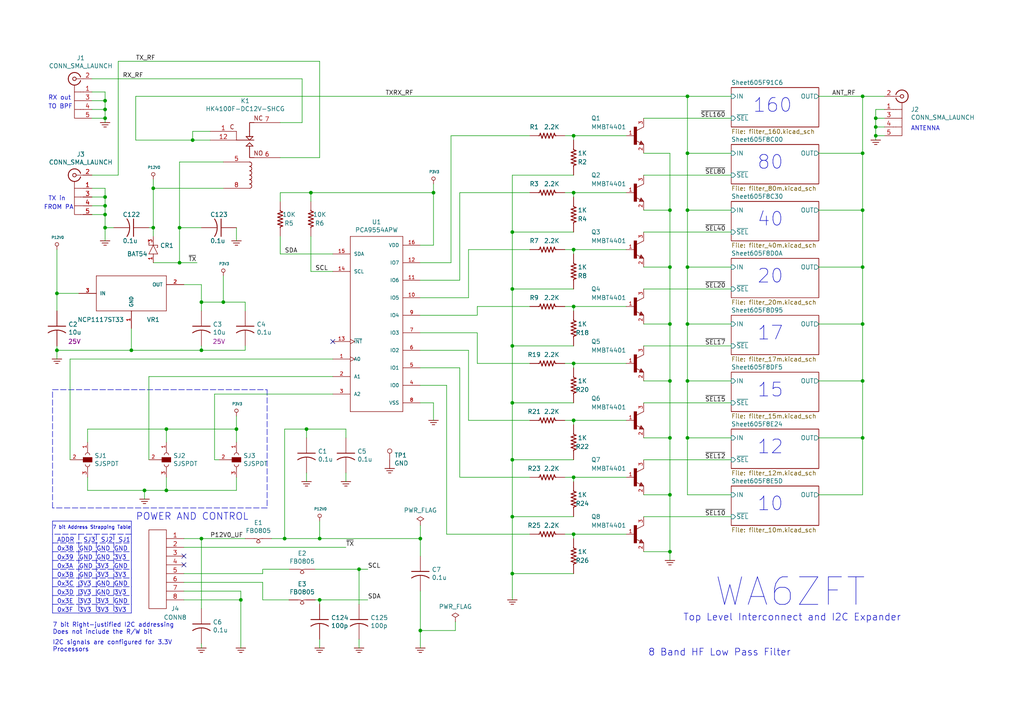
<source format=kicad_sch>
(kicad_sch (version 20211123) (generator eeschema)
  (paper "A4")
  (title_block (rev "X4"))
  (lib_symbols
    (symbol "custom:BAT54" (pin_names (offset 1.016) hide)
      (property "Reference" "CR" (at -2.286 1.905 0))
      (property "Value" "BAT54" (at -2.286 -3.429 0))
      (symbol "BAT54_1_1"
        (pin passive line (at -3.81 0 0) (length 2.54) (name "A") (number "1"))
        (pin no_connect line (at -1.27 -5.08 0) (length 5.08) hide (name "") (number "2"))
        (pin passive line (at 3.81 0 180) (length 2.54) (name "C") (number "3"))
      )
    )
    (symbol "custom:CONN8" (pin_names (offset 1.016))
      (property "Reference" "J" (at 0 12.7 0))
      (property "Value" "CONN8" (at 0 -12.7 0))
      (symbol "CONN8_1_1"
        (pin passive line (at -7.62 8.89 0) (length 5.08) (name "~") (number "1"))
        (pin passive line (at -7.62 6.35 0) (length 5.08) (name "~") (number "2"))
        (pin passive line (at -7.62 3.81 0) (length 5.08) (name "~") (number "3"))
        (pin passive line (at -7.62 1.27 0) (length 5.08) (name "~") (number "4"))
        (pin passive line (at -7.62 -1.27 0) (length 5.08) (name "~") (number "5"))
        (pin passive line (at -7.62 -3.81 0) (length 5.08) (name "~") (number "6"))
        (pin passive line (at -7.62 -6.35 0) (length 5.08) (name "~") (number "7"))
        (pin passive line (at -7.62 -8.89 0) (length 5.08) (name "~") (number "8"))
      )
    )
    (symbol "custom:CONN_SMA_LAUNCH" (pin_names (offset 1.016))
      (property "Reference" "J" (at -0.762 -13.462 0))
      (property "Value" "CONN_SMA_LAUNCH" (at 0.127 5.588 0))
      (symbol "CONN_SMA_LAUNCH_1_1"
        (pin passive line (at -5.08 -3.81 0) (length 2.54) (name "~") (number "1"))
        (pin passive line (at -5.08 0 0) (length 2.54) (name "~") (number "2"))
        (pin passive line (at -5.08 -6.35 0) (length 2.54) (name "~") (number "3"))
        (pin passive line (at -5.08 -8.89 0) (length 2.54) (name "~") (number "4"))
        (pin passive line (at -5.08 -11.43 0) (length 2.54) (name "~") (number "5"))
      )
    )
    (symbol "custom:C_US" (pin_numbers hide) (pin_names (offset 0.254) hide)
      (property "Reference" "C" (at 1.27 2.54 0))
      (property "Value" "C_US" (at 1.27 -2.54 0))
      (symbol "C_US_1_1"
        (pin passive line (at 0 5.08 270) (length 4.445) (name "~") (number "1"))
        (pin passive line (at 0 -5.08 90) (length 4.445) (name "~") (number "2"))
      )
    )
    (symbol "custom:FB0805" (pin_numbers hide) (pin_names (offset 1.016) hide)
      (property "Reference" "E" (at -4.318 1.27 0))
      (property "Value" "FB0805" (at -4.318 -4.064 0))
      (symbol "FB0805_1_1"
        (pin passive line (at -5.08 0 0) (length 2.54) (name "1") (number "1"))
        (pin passive line (at 2.54 0 180) (length 2.54) (name "2") (number "2"))
      )
    )
    (symbol "custom:GND_US" (power) (pin_names (offset 0))
      (symbol "GND_US_1_1"
        (pin power_in line (at 0 0 90) (length 0) hide (name "GND") (number "1"))
      )
    )
    (symbol "custom:MMBT4401" (pin_names (offset 1.016) hide)
      (property "Reference" "Q" (at -10.16 7.62 0))
      (property "Value" "MMBT4401" (at -10.16 5.08 0))
      (symbol "MMBT4401_1_1"
        (pin passive line (at -2.54 0 0) (length 2.54) (name "B") (number "1"))
        (pin passive line (at 2.54 -5.08 90) (length 2.54) (name "E") (number "2"))
        (pin passive line (at 2.54 5.08 270) (length 2.54) (name "C") (number "3"))
      )
    )
    (symbol "custom:P12V0" (power) (pin_names (offset 0))
      (property "Value" "P12V0" (at 0 2.794 0))
      (symbol "P12V0_0_0"
        (pin power_in line (at 0 0 90) (length 0) hide (name "P12V0") (number "1"))
      )
    )
    (symbol "custom:P3V3" (power) (pin_names (offset 0))
      (property "Value" "P3V3" (at 0 2.794 0))
      (symbol "P3V3_0_0"
        (pin power_in line (at 0 0 90) (length 0) hide (name "P3V3") (number "1"))
      )
    )
    (symbol "custom:PCA9554APW" (pin_names (offset 1.016))
      (property "Reference" "U" (at -5.08 27.94 0))
      (property "Value" "PCA9554APW" (at -5.08 30.48 0))
      (symbol "PCA9554APW_1_1"
        (pin input clock (at -12.7 -10.16 0) (length 5.08) (name "A0") (number "1"))
        (pin tri_state line (at 12.7 7.62 180) (length 5.08) (name "IO5") (number "10"))
        (pin tri_state line (at 12.7 12.7 180) (length 5.08) (name "IO6") (number "11"))
        (pin tri_state line (at 12.7 17.78 180) (length 5.08) (name "IO7") (number "12"))
        (pin open_collector clock (at -12.7 -5.08 0) (length 5.08) (name "~{INT}") (number "13"))
        (pin input line (at -12.7 15.24 0) (length 5.08) (name "SCL") (number "14"))
        (pin passive line (at -12.7 20.32 0) (length 5.08) (name "SDA") (number "15"))
        (pin power_in line (at 12.7 22.86 180) (length 5.08) (name "VDD") (number "16"))
        (pin input line (at -12.7 -15.24 0) (length 5.08) (name "A1") (number "2"))
        (pin input line (at -12.7 -20.32 0) (length 5.08) (name "A2") (number "3"))
        (pin tri_state line (at 12.7 -17.78 180) (length 5.08) (name "IO0") (number "4"))
        (pin tri_state line (at 12.7 -12.7 180) (length 5.08) (name "IO1") (number "5"))
        (pin tri_state line (at 12.7 -7.62 180) (length 5.08) (name "IO2") (number "6"))
        (pin tri_state line (at 12.7 -2.54 180) (length 5.08) (name "IO3") (number "7"))
        (pin power_in line (at 12.7 -22.86 180) (length 5.08) (name "VSS") (number "8"))
        (pin tri_state line (at 12.7 2.54 180) (length 5.08) (name "IO4") (number "9"))
      )
    )
    (symbol "custom:RELAY_SPDT_HK4100F_SERIES" (pin_names (offset 1.016))
      (property "Reference" "K" (at 0 -17.78 0))
      (property "Value" "RELAY_SPDT_HK4100F_SERIES" (at -1.27 8.89 0))
      (symbol "RELAY_SPDT_HK4100F_SERIES_0_0"
        (text "C" (at -2.54 3.81 0) (effects (font (size 1.27 1.27))))
        (text "NC" (at 5.08 6.35 0) (effects (font (size 1.27 1.27))))
        (text "NO" (at 5.08 -3.81 0) (effects (font (size 1.27 1.27))))
      )
      (symbol "RELAY_SPDT_HK4100F_SERIES_1_1"
        (pin passive line (at -8.89 2.54 0) (length 7.62) (name "~") (number "1"))
        (pin passive line (at -8.89 0 0) (length 7.62) (name "~") (number "12"))
        (pin passive line (at -5.08 -6.35 0) (length 7.62) (name "~") (number "5"))
        (pin passive line (at 11.43 -5.08 180) (length 7.62) (name "~") (number "6"))
        (pin passive line (at 11.43 5.08 180) (length 7.62) (name "~") (number "7"))
        (pin passive line (at -5.08 -13.97 0) (length 7.62) (name "~") (number "8"))
      )
    )
    (symbol "custom:R_US" (pin_numbers hide) (pin_names (offset 1.016) hide)
      (property "Reference" "R" (at 2.032 0 90))
      (property "Value" "R_US" (at -2.032 0 90))
      (symbol "R_US_1_1"
        (pin passive line (at 0 5.08 270) (length 2.54) (name "~") (number "1"))
        (pin passive line (at 0 -5.08 90) (length 2.54) (name "~") (number "2"))
      )
    )
    (symbol "custom:SJSPDT" (pin_names (offset 1.016) hide)
      (property "Reference" "SJ" (at 2.54 0.381 0))
      (property "Value" "SJSPDT" (at 2.54 -1.905 0))
      (symbol "SJSPDT_1_1"
        (pin passive line (at 0 5.08 270) (length 2.54) (name "1") (number "1"))
        (pin passive line (at -5.08 0 0) (length 2.54) (name "2") (number "2"))
        (pin passive line (at 0 -5.08 90) (length 2.54) (name "3") (number "3"))
      )
    )
    (symbol "custom:TESTPINTPSQ025" (pin_numbers hide) (pin_names (offset 1.016) hide)
      (property "Reference" "TP" (at -1.27 1.27 0))
      (symbol "TESTPINTPSQ025_1_1"
        (pin passive line (at 0 -5.08 90) (length 2.54) (name "TP") (number "1"))
      )
    )
    (symbol "lp_filter_8_bands-rescue:NCP1117ST33-Custom" (pin_names (offset 1.016))
      (property "Reference" "U" (at -5.08 10.16 0))
      (property "Value" "NCP1117ST33-Custom" (at -5.08 7.62 0))
      (symbol "NCP1117ST33-Custom_1_1"
        (pin power_in line (at 0 -10.16 90) (length 5.08) (name "GND") (number "1"))
        (pin power_out line (at 15.24 2.54 180) (length 5.08) (name "OUT") (number "2"))
        (pin power_in line (at -15.24 0 0) (length 5.08) (name "IN") (number "3"))
      )
    )
    (symbol "power:PWR_FLAG" (power) (pin_numbers hide) (pin_names (offset 0) hide)
      (property "Value" "PWR_FLAG" (at 0 3.81 0))
      (symbol "PWR_FLAG_0_0"
        (pin power_out line (at 0 0 90) (length 0) (name "pwr") (number "1"))
      )
    )
  )
  (junction (at 199.39 110.49))
  (junction (at 58.42 101.6))
  (junction (at 52.07 76.2))
  (junction (at 166.37 55.88))
  (junction (at 48.26 124.46))
  (junction (at 254 36.83))
  (junction (at 254 39.37))
  (junction (at 254 34.29))
  (junction (at 148.59 166.37))
  (junction (at 250.19 77.47))
  (junction (at 148.59 83.82))
  (junction (at 250.19 127))
  (junction (at 30.48 59.69))
  (junction (at 104.14 165.1))
  (junction (at 148.59 133.35))
  (junction (at 30.48 34.29))
  (junction (at 92.71 173.99))
  (junction (at 199.39 44.45))
  (junction (at 166.37 121.92))
  (junction (at 199.39 60.96))
  (junction (at 166.37 72.39))
  (junction (at 69.85 173.99))
  (junction (at 194.31 60.96))
  (junction (at 199.39 27.94))
  (junction (at 48.26 142.24))
  (junction (at 41.91 142.24))
  (junction (at 64.77 87.63))
  (junction (at 166.37 39.37))
  (junction (at 148.59 116.84))
  (junction (at 194.31 160.02))
  (junction (at 30.48 29.21))
  (junction (at 92.71 156.21))
  (junction (at 199.39 93.98))
  (junction (at 90.17 55.88))
  (junction (at 125.73 55.88))
  (junction (at 82.55 156.21))
  (junction (at 250.19 44.45))
  (junction (at 166.37 154.94))
  (junction (at 30.48 66.04))
  (junction (at 250.19 60.96))
  (junction (at 68.58 124.46))
  (junction (at 52.07 66.04))
  (junction (at 58.42 156.21))
  (junction (at 44.45 66.04))
  (junction (at 30.48 62.23))
  (junction (at 16.51 101.6))
  (junction (at 121.92 182.88))
  (junction (at 250.19 27.94))
  (junction (at 16.51 85.09))
  (junction (at 148.59 67.31))
  (junction (at 166.37 88.9))
  (junction (at 199.39 77.47))
  (junction (at 194.31 127))
  (junction (at 166.37 105.41))
  (junction (at 88.9 124.46))
  (junction (at 44.45 54.61))
  (junction (at 194.31 93.98))
  (junction (at 194.31 143.51))
  (junction (at 30.48 31.75))
  (junction (at 199.39 127))
  (junction (at 121.92 156.21))
  (junction (at 250.19 93.98))
  (junction (at 166.37 138.43))
  (junction (at 58.42 87.63))
  (junction (at 38.1 101.6))
  (junction (at 148.59 149.86))
  (junction (at 148.59 100.33))
  (junction (at 250.19 110.49))
  (junction (at 30.48 57.15))
  (junction (at 55.88 40.64))
  (junction (at 194.31 77.47))
  (junction (at 194.31 110.49))
  (no_connect (at 53.34 161.29))
  (no_connect (at 53.34 163.83))
  (no_connect (at 96.52 99.06))
  (wire (pts (xy 92.71 156.21) (xy 92.71 151.13)))
  (wire (pts (xy 166.37 90.17) (xy 166.37 88.9)))
  (wire (pts (xy 64.77 54.61) (xy 44.45 54.61)))
  (wire (pts (xy 186.69 60.96) (xy 194.31 60.96)))
  (wire (pts (xy 26.67 31.75) (xy 30.48 31.75)))
  (wire (pts (xy 43.18 66.04) (xy 44.45 66.04)))
  (wire (pts (xy 194.31 44.45) (xy 194.31 60.96)))
  (wire (pts (xy 121.92 76.2) (xy 130.81 76.2)))
  (polyline (pts (xy 15.24 113.03) (xy 77.47 113.03)))
  (wire (pts (xy 58.42 100.33) (xy 58.42 101.6)))
  (wire (pts (xy 44.45 54.61) (xy 44.45 66.04)))
  (wire (pts (xy 166.37 67.31) (xy 148.59 67.31)))
  (wire (pts (xy 41.91 144.78) (xy 41.91 142.24)))
  (wire (pts (xy 212.09 44.45) (xy 199.39 44.45)))
  (wire (pts (xy 166.37 166.37) (xy 148.59 166.37)))
  (wire (pts (xy 100.33 124.46) (xy 88.9 124.46)))
  (wire (pts (xy 166.37 83.82) (xy 148.59 83.82)))
  (wire (pts (xy 58.42 186.69) (xy 58.42 187.96)))
  (wire (pts (xy 20.32 104.14) (xy 20.32 133.35)))
  (wire (pts (xy 212.09 77.47) (xy 199.39 77.47)))
  (polyline (pts (xy 15.24 157.48) (xy 38.1 157.48)))
  (wire (pts (xy 132.08 180.34) (xy 132.08 182.88)))
  (polyline (pts (xy 15.24 177.8) (xy 38.1 177.8)) (stroke (width 0) (type solid)))
  (polyline (pts (xy 15.24 175.26) (xy 38.1 175.26)))
  (wire (pts (xy 121.92 152.4) (xy 121.92 156.21)))
  (wire (pts (xy 212.09 60.96) (xy 199.39 60.96)))
  (wire (pts (xy 96.52 73.66) (xy 81.28 73.66)))
  (wire (pts (xy 71.12 156.21) (xy 58.42 156.21)))
  (wire (pts (xy 52.07 46.99) (xy 52.07 66.04)))
  (wire (pts (xy 135.89 72.39) (xy 153.67 72.39)))
  (wire (pts (xy 52.07 76.2) (xy 44.45 76.2)))
  (wire (pts (xy 148.59 116.84) (xy 148.59 133.35)))
  (wire (pts (xy 58.42 87.63) (xy 64.77 87.63)))
  (wire (pts (xy 250.19 110.49) (xy 250.19 93.98)))
  (wire (pts (xy 57.15 76.2) (xy 52.07 76.2)))
  (wire (pts (xy 148.59 67.31) (xy 148.59 83.82)))
  (wire (pts (xy 76.2 168.91) (xy 76.2 173.99)))
  (polyline (pts (xy 33.02 154.94) (xy 33.02 177.8)))
  (wire (pts (xy 38.1 101.6) (xy 16.51 101.6)))
  (wire (pts (xy 30.48 57.15) (xy 30.48 59.69)))
  (wire (pts (xy 16.51 104.14) (xy 16.51 101.6)))
  (polyline (pts (xy 15.24 170.18) (xy 38.1 170.18)))
  (wire (pts (xy 199.39 93.98) (xy 199.39 77.47)))
  (wire (pts (xy 237.49 60.96) (xy 250.19 60.96)))
  (wire (pts (xy 194.31 110.49) (xy 194.31 127)))
  (wire (pts (xy 135.89 86.36) (xy 135.89 72.39)))
  (wire (pts (xy 250.19 44.45) (xy 250.19 27.94)))
  (wire (pts (xy 256.54 31.75) (xy 254 31.75)))
  (wire (pts (xy 44.45 66.04) (xy 44.45 68.58)))
  (wire (pts (xy 53.34 173.99) (xy 69.85 173.99)))
  (wire (pts (xy 92.71 175.26) (xy 92.71 173.99)))
  (wire (pts (xy 163.83 55.88) (xy 166.37 55.88)))
  (wire (pts (xy 48.26 142.24) (xy 41.91 142.24)))
  (wire (pts (xy 166.37 133.35) (xy 148.59 133.35)))
  (wire (pts (xy 194.31 160.02) (xy 194.31 162.56)))
  (wire (pts (xy 138.43 96.52) (xy 138.43 105.41)))
  (wire (pts (xy 237.49 110.49) (xy 250.19 110.49)))
  (wire (pts (xy 68.58 66.04) (xy 68.58 69.85)))
  (wire (pts (xy 16.51 85.09) (xy 22.86 85.09)))
  (wire (pts (xy 68.58 128.27) (xy 68.58 124.46)))
  (wire (pts (xy 81.28 73.66) (xy 81.28 68.58)))
  (wire (pts (xy 96.52 114.3) (xy 62.23 114.3)))
  (wire (pts (xy 250.19 27.94) (xy 237.49 27.94)))
  (wire (pts (xy 121.92 91.44) (xy 138.43 91.44)))
  (wire (pts (xy 148.59 83.82) (xy 148.59 100.33)))
  (wire (pts (xy 82.55 124.46) (xy 82.55 156.21)))
  (wire (pts (xy 30.48 31.75) (xy 30.48 34.29)))
  (wire (pts (xy 25.4 142.24) (xy 25.4 138.43)))
  (polyline (pts (xy 15.24 160.02) (xy 38.1 160.02)))
  (wire (pts (xy 30.48 59.69) (xy 30.48 62.23)))
  (wire (pts (xy 30.48 54.61) (xy 30.48 57.15)))
  (wire (pts (xy 121.92 96.52) (xy 138.43 96.52)))
  (wire (pts (xy 68.58 124.46) (xy 48.26 124.46)))
  (wire (pts (xy 53.34 82.55) (xy 58.42 82.55)))
  (wire (pts (xy 68.58 142.24) (xy 48.26 142.24)))
  (wire (pts (xy 121.92 81.28) (xy 133.35 81.28)))
  (wire (pts (xy 135.89 121.92) (xy 153.67 121.92)))
  (wire (pts (xy 194.31 93.98) (xy 194.31 110.49)))
  (wire (pts (xy 90.17 58.42) (xy 90.17 55.88)))
  (wire (pts (xy 254 39.37) (xy 254 40.64)))
  (wire (pts (xy 125.73 116.84) (xy 125.73 121.92)))
  (wire (pts (xy 166.37 123.19) (xy 166.37 121.92)))
  (wire (pts (xy 166.37 116.84) (xy 148.59 116.84)))
  (wire (pts (xy 130.81 39.37) (xy 153.67 39.37)))
  (wire (pts (xy 199.39 44.45) (xy 199.39 27.94)))
  (wire (pts (xy 100.33 127) (xy 100.33 124.46)))
  (wire (pts (xy 199.39 143.51) (xy 199.39 127)))
  (wire (pts (xy 166.37 39.37) (xy 181.61 39.37)))
  (wire (pts (xy 186.69 116.84) (xy 212.09 116.84)))
  (wire (pts (xy 88.9 137.16) (xy 88.9 139.7)))
  (polyline (pts (xy 38.1 154.94) (xy 15.24 154.94)))
  (wire (pts (xy 133.35 106.68) (xy 133.35 138.43)))
  (wire (pts (xy 186.69 133.35) (xy 212.09 133.35)))
  (wire (pts (xy 212.09 83.82) (xy 186.69 83.82)))
  (wire (pts (xy 125.73 55.88) (xy 90.17 55.88)))
  (polyline (pts (xy 15.24 147.32) (xy 15.24 113.03)))
  (wire (pts (xy 186.69 143.51) (xy 194.31 143.51)))
  (wire (pts (xy 26.67 57.15) (xy 30.48 57.15)))
  (wire (pts (xy 212.09 127) (xy 199.39 127)))
  (polyline (pts (xy 15.24 151.13) (xy 15.24 177.8)) (stroke (width 0) (type solid)))
  (wire (pts (xy 166.37 73.66) (xy 166.37 72.39)))
  (wire (pts (xy 58.42 90.17) (xy 58.42 87.63)))
  (wire (pts (xy 121.92 116.84) (xy 125.73 116.84)))
  (wire (pts (xy 38.1 101.6) (xy 58.42 101.6)))
  (wire (pts (xy 138.43 91.44) (xy 138.43 88.9)))
  (wire (pts (xy 133.35 138.43) (xy 153.67 138.43)))
  (wire (pts (xy 26.67 26.67) (xy 30.48 26.67)))
  (wire (pts (xy 71.12 101.6) (xy 71.12 100.33)))
  (wire (pts (xy 104.14 175.26) (xy 104.14 165.1)))
  (wire (pts (xy 53.34 158.75) (xy 100.33 158.75)))
  (wire (pts (xy 64.77 46.99) (xy 52.07 46.99)))
  (wire (pts (xy 100.33 137.16) (xy 100.33 139.7)))
  (wire (pts (xy 62.23 114.3) (xy 62.23 133.35)))
  (wire (pts (xy 148.59 50.8) (xy 148.59 67.31)))
  (wire (pts (xy 58.42 156.21) (xy 53.34 156.21)))
  (wire (pts (xy 166.37 100.33) (xy 148.59 100.33)))
  (wire (pts (xy 71.12 101.6) (xy 58.42 101.6)))
  (wire (pts (xy 90.17 78.74) (xy 90.17 68.58)))
  (wire (pts (xy 186.69 100.33) (xy 212.09 100.33)))
  (wire (pts (xy 68.58 138.43) (xy 68.58 142.24)))
  (wire (pts (xy 129.54 111.76) (xy 129.54 154.94)))
  (wire (pts (xy 166.37 121.92) (xy 181.61 121.92)))
  (wire (pts (xy 194.31 60.96) (xy 194.31 77.47)))
  (wire (pts (xy 163.83 72.39) (xy 166.37 72.39)))
  (wire (pts (xy 64.77 80.01) (xy 64.77 87.63)))
  (wire (pts (xy 26.67 29.21) (xy 30.48 29.21)))
  (wire (pts (xy 69.85 173.99) (xy 69.85 187.96)))
  (wire (pts (xy 163.83 39.37) (xy 166.37 39.37)))
  (wire (pts (xy 25.4 124.46) (xy 25.4 128.27)))
  (wire (pts (xy 166.37 106.68) (xy 166.37 105.41)))
  (polyline (pts (xy 22.86 154.94) (xy 22.86 177.8)))
  (wire (pts (xy 60.96 38.1) (xy 55.88 38.1)))
  (wire (pts (xy 186.69 44.45) (xy 194.31 44.45)))
  (wire (pts (xy 96.52 78.74) (xy 90.17 78.74)))
  (wire (pts (xy 254 36.83) (xy 254 39.37)))
  (wire (pts (xy 163.83 121.92) (xy 166.37 121.92)))
  (wire (pts (xy 135.89 101.6) (xy 135.89 121.92)))
  (wire (pts (xy 194.31 143.51) (xy 194.31 160.02)))
  (wire (pts (xy 237.49 143.51) (xy 250.19 143.51)))
  (wire (pts (xy 48.26 124.46) (xy 25.4 124.46)))
  (wire (pts (xy 26.67 22.86) (xy 87.63 22.86)))
  (wire (pts (xy 186.69 127) (xy 194.31 127)))
  (wire (pts (xy 212.09 34.29) (xy 186.69 34.29)))
  (wire (pts (xy 212.09 143.51) (xy 199.39 143.51)))
  (wire (pts (xy 48.26 138.43) (xy 48.26 142.24)))
  (wire (pts (xy 92.71 173.99) (xy 106.68 173.99)))
  (polyline (pts (xy 27.94 154.94) (xy 27.94 177.8)))
  (wire (pts (xy 148.59 166.37) (xy 148.59 173.99)))
  (wire (pts (xy 121.92 106.68) (xy 133.35 106.68)))
  (wire (pts (xy 16.51 72.39) (xy 16.51 85.09)))
  (wire (pts (xy 129.54 154.94) (xy 153.67 154.94)))
  (wire (pts (xy 254 34.29) (xy 254 36.83)))
  (wire (pts (xy 76.2 166.37) (xy 76.2 165.1)))
  (wire (pts (xy 91.44 173.99) (xy 92.71 173.99)))
  (wire (pts (xy 166.37 154.94) (xy 181.61 154.94)))
  (wire (pts (xy 104.14 185.42) (xy 104.14 187.96)))
  (wire (pts (xy 26.67 59.69) (xy 30.48 59.69)))
  (wire (pts (xy 250.19 143.51) (xy 250.19 127)))
  (wire (pts (xy 212.09 110.49) (xy 199.39 110.49)))
  (wire (pts (xy 194.31 127) (xy 194.31 143.51)))
  (wire (pts (xy 30.48 29.21) (xy 30.48 31.75)))
  (wire (pts (xy 96.52 104.14) (xy 20.32 104.14)))
  (wire (pts (xy 121.92 101.6) (xy 135.89 101.6)))
  (wire (pts (xy 199.39 127) (xy 199.39 110.49)))
  (wire (pts (xy 90.17 55.88) (xy 81.28 55.88)))
  (wire (pts (xy 166.37 50.8) (xy 148.59 50.8)))
  (wire (pts (xy 166.37 57.15) (xy 166.37 55.88)))
  (wire (pts (xy 212.09 50.8) (xy 186.69 50.8)))
  (wire (pts (xy 212.09 93.98) (xy 199.39 93.98)))
  (wire (pts (xy 78.74 156.21) (xy 82.55 156.21)))
  (wire (pts (xy 30.48 62.23) (xy 30.48 66.04)))
  (wire (pts (xy 76.2 173.99) (xy 83.82 173.99)))
  (wire (pts (xy 34.29 50.8) (xy 26.67 50.8)))
  (wire (pts (xy 30.48 34.29) (xy 30.48 35.56)))
  (wire (pts (xy 194.31 77.47) (xy 194.31 93.98)))
  (wire (pts (xy 125.73 71.12) (xy 121.92 71.12)))
  (wire (pts (xy 199.39 110.49) (xy 199.39 93.98)))
  (wire (pts (xy 132.08 182.88) (xy 121.92 182.88)))
  (wire (pts (xy 166.37 156.21) (xy 166.37 154.94)))
  (wire (pts (xy 88.9 124.46) (xy 82.55 124.46)))
  (wire (pts (xy 81.28 55.88) (xy 81.28 58.42)))
  (wire (pts (xy 30.48 66.04) (xy 30.48 69.85)))
  (wire (pts (xy 133.35 81.28) (xy 133.35 55.88)))
  (wire (pts (xy 166.37 139.7) (xy 166.37 138.43)))
  (wire (pts (xy 104.14 165.1) (xy 106.68 165.1)))
  (wire (pts (xy 38.1 95.25) (xy 38.1 101.6)))
  (wire (pts (xy 64.77 87.63) (xy 71.12 87.63)))
  (wire (pts (xy 26.67 34.29) (xy 30.48 34.29)))
  (wire (pts (xy 39.37 40.64) (xy 39.37 27.94)))
  (wire (pts (xy 121.92 111.76) (xy 129.54 111.76)))
  (wire (pts (xy 68.58 120.65) (xy 68.58 124.46)))
  (wire (pts (xy 199.39 77.47) (xy 199.39 60.96)))
  (wire (pts (xy 91.44 165.1) (xy 104.14 165.1)))
  (polyline (pts (xy 15.24 172.72) (xy 38.1 172.72)))
  (wire (pts (xy 58.42 176.53) (xy 58.42 156.21)))
  (wire (pts (xy 52.07 66.04) (xy 52.07 76.2)))
  (wire (pts (xy 82.55 156.21) (xy 92.71 156.21)))
  (wire (pts (xy 121.92 86.36) (xy 135.89 86.36)))
  (wire (pts (xy 58.42 66.04) (xy 52.07 66.04)))
  (wire (pts (xy 166.37 138.43) (xy 181.61 138.43)))
  (wire (pts (xy 121.92 171.45) (xy 121.92 182.88)))
  (wire (pts (xy 33.02 66.04) (xy 30.48 66.04)))
  (wire (pts (xy 69.85 171.45) (xy 69.85 173.99)))
  (wire (pts (xy 237.49 77.47) (xy 250.19 77.47)))
  (wire (pts (xy 163.83 88.9) (xy 166.37 88.9)))
  (wire (pts (xy 87.63 35.56) (xy 81.28 35.56)))
  (wire (pts (xy 254 31.75) (xy 254 34.29)))
  (wire (pts (xy 212.09 67.31) (xy 186.69 67.31)))
  (wire (pts (xy 39.37 27.94) (xy 199.39 27.94)))
  (wire (pts (xy 163.83 154.94) (xy 166.37 154.94)))
  (wire (pts (xy 256.54 36.83) (xy 254 36.83)))
  (polyline (pts (xy 15.24 165.1) (xy 38.1 165.1)))
  (wire (pts (xy 87.63 22.86) (xy 87.63 35.56)))
  (wire (pts (xy 186.69 77.47) (xy 194.31 77.47)))
  (wire (pts (xy 250.19 60.96) (xy 250.19 44.45)))
  (wire (pts (xy 250.19 93.98) (xy 250.19 77.47)))
  (polyline (pts (xy 15.24 167.64) (xy 38.1 167.64)))
  (polyline (pts (xy 38.1 151.13) (xy 15.24 151.13)) (stroke (width 0) (type solid)))
  (wire (pts (xy 62.23 133.35) (xy 63.5 133.35)))
  (wire (pts (xy 138.43 105.41) (xy 153.67 105.41)))
  (wire (pts (xy 237.49 127) (xy 250.19 127)))
  (wire (pts (xy 133.35 55.88) (xy 153.67 55.88)))
  (wire (pts (xy 92.71 185.42) (xy 92.71 187.96)))
  (wire (pts (xy 88.9 127) (xy 88.9 124.46)))
  (polyline (pts (xy 38.1 177.8) (xy 38.1 151.13)) (stroke (width 0) (type solid)))
  (wire (pts (xy 186.69 93.98) (xy 194.31 93.98)))
  (wire (pts (xy 199.39 60.96) (xy 199.39 44.45)))
  (wire (pts (xy 121.92 182.88) (xy 121.92 187.96)))
  (wire (pts (xy 34.29 17.78) (xy 92.71 17.78)))
  (wire (pts (xy 16.51 101.6) (xy 16.51 100.33)))
  (wire (pts (xy 34.29 17.78) (xy 34.29 50.8)))
  (wire (pts (xy 138.43 88.9) (xy 153.67 88.9)))
  (polyline (pts (xy 77.47 147.32) (xy 15.24 147.32)))
  (wire (pts (xy 250.19 127) (xy 250.19 110.49)))
  (wire (pts (xy 166.37 149.86) (xy 148.59 149.86)))
  (wire (pts (xy 92.71 17.78) (xy 92.71 45.72)))
  (wire (pts (xy 256.54 39.37) (xy 254 39.37)))
  (wire (pts (xy 166.37 105.41) (xy 181.61 105.41)))
  (wire (pts (xy 237.49 93.98) (xy 250.19 93.98)))
  (wire (pts (xy 163.83 138.43) (xy 166.37 138.43)))
  (wire (pts (xy 186.69 110.49) (xy 194.31 110.49)))
  (wire (pts (xy 41.91 142.24) (xy 25.4 142.24)))
  (wire (pts (xy 199.39 27.94) (xy 212.09 27.94)))
  (wire (pts (xy 256.54 27.94) (xy 250.19 27.94)))
  (wire (pts (xy 166.37 72.39) (xy 181.61 72.39)))
  (wire (pts (xy 237.49 44.45) (xy 250.19 44.45)))
  (wire (pts (xy 55.88 38.1) (xy 55.88 40.64)))
  (wire (pts (xy 60.96 40.64) (xy 55.88 40.64)))
  (wire (pts (xy 92.71 156.21) (xy 121.92 156.21)))
  (wire (pts (xy 96.52 109.22) (xy 43.18 109.22)))
  (wire (pts (xy 53.34 166.37) (xy 76.2 166.37)))
  (wire (pts (xy 71.12 87.63) (xy 71.12 90.17)))
  (wire (pts (xy 55.88 40.64) (xy 39.37 40.64)))
  (wire (pts (xy 53.34 168.91) (xy 76.2 168.91)))
  (wire (pts (xy 148.59 149.86) (xy 148.59 166.37)))
  (wire (pts (xy 166.37 40.64) (xy 166.37 39.37)))
  (wire (pts (xy 166.37 55.88) (xy 181.61 55.88)))
  (wire (pts (xy 148.59 133.35) (xy 148.59 149.86)))
  (wire (pts (xy 44.45 52.07) (xy 44.45 54.61)))
  (wire (pts (xy 166.37 88.9) (xy 181.61 88.9)))
  (wire (pts (xy 58.42 82.55) (xy 58.42 87.63)))
  (wire (pts (xy 26.67 54.61) (xy 30.48 54.61)))
  (wire (pts (xy 163.83 105.41) (xy 166.37 105.41)))
  (wire (pts (xy 186.69 160.02) (xy 194.31 160.02)))
  (polyline (pts (xy 77.47 113.03) (xy 77.47 147.32)))
  (wire (pts (xy 48.26 128.27) (xy 48.26 124.46)))
  (wire (pts (xy 92.71 45.72) (xy 81.28 45.72)))
  (wire (pts (xy 53.34 171.45) (xy 69.85 171.45)))
  (wire (pts (xy 76.2 165.1) (xy 83.82 165.1)))
  (wire (pts (xy 148.59 100.33) (xy 148.59 116.84)))
  (wire (pts (xy 250.19 77.47) (xy 250.19 60.96)))
  (wire (pts (xy 186.69 149.86) (xy 212.09 149.86)))
  (wire (pts (xy 26.67 62.23) (xy 30.48 62.23)))
  (wire (pts (xy 125.73 53.34) (xy 125.73 55.88)))
  (wire (pts (xy 16.51 90.17) (xy 16.51 85.09)))
  (wire (pts (xy 256.54 34.29) (xy 254 34.29)))
  (polyline (pts (xy 15.24 162.56) (xy 38.1 162.56)))
  (wire (pts (xy 30.48 26.67) (xy 30.48 29.21)))
  (wire (pts (xy 43.18 109.22) (xy 43.18 133.35)))
  (wire (pts (xy 121.92 156.21) (xy 121.92 161.29)))
  (wire (pts (xy 130.81 76.2) (xy 130.81 39.37)))
  (wire (pts (xy 125.73 55.88) (xy 125.73 71.12)))
  (text "GND\n" (at 27.94 170.18 0) (effects (font (size 1.27 1.27)) (justify left bottom)))
  (text "GND\n" (at 33.02 170.18 0) (effects (font (size 1.27 1.27)) (justify left bottom)))
  (text "SJ2" (at 29.21 157.48 0) (effects (font (size 1.27 1.27)) (justify left bottom)))
  (text "GND\n" (at 22.86 167.64 0) (effects (font (size 1.27 1.27)) (justify left bottom)))
  (text "3V3" (at 22.86 170.18 0) (effects (font (size 1.27 1.27)) (justify left bottom)))
  (text "3V3" (at 33.02 172.72 0) (effects (font (size 1.27 1.27)) (justify left bottom)))
  (text "0x3A" (at 16.51 165.1 0) (effects (font (size 1.27 1.27)) (justify left bottom)))
  (text "0x3E" (at 16.51 175.26 0) (effects (font (size 1.27 1.27)) (justify left bottom)))
  (text "12" (at 227.33 132.08 180) (effects (font (size 3.9878 3.9878)) (justify right bottom)))
  (text "0x3B" (at 16.51 167.64 0) (effects (font (size 1.27 1.27)) (justify left bottom)))
  (text "GND\n" (at 22.86 162.56 0) (effects (font (size 1.27 1.27)) (justify left bottom)))
  (text "0x39" (at 16.51 162.56 0) (effects (font (size 1.27 1.27)) (justify left bottom)))
  (text "0x3D" (at 16.51 172.72 0) (effects (font (size 1.27 1.27)) (justify left bottom)))
  (text "3V3" (at 22.86 177.8 0) (effects (font (size 1.27 1.27)) (justify left bottom)))
  (text "GND\n" (at 27.94 172.72 0) (effects (font (size 1.27 1.27)) (justify left bottom)))
  (text "20" (at 227.33 82.55 180) (effects (font (size 3.9878 3.9878)) (justify right bottom)))
  (text "ADDR" (at 16.51 157.48 0) (effects (font (size 1.27 1.27)) (justify left bottom)))
  (text "160" (at 229.87 33.02 180) (effects (font (size 3.9878 3.9878)) (justify right bottom)))
  (text "80" (at 227.33 49.53 180) (effects (font (size 3.9878 3.9878)) (justify right bottom)))
  (text "3V3" (at 27.94 167.64 0) (effects (font (size 1.27 1.27)) (justify left bottom)))
  (text "40" (at 227.33 66.04 180) (effects (font (size 3.9878 3.9878)) (justify right bottom)))
  (text "8 Band HF Low Pass Filter" (at 187.96 190.5 0) (effects (font (size 2.0066 2.0066)) (justify left bottom)))
  (text "17" (at 227.33 99.06 180) (effects (font (size 3.9878 3.9878)) (justify right bottom)))
  (text "7 bit Address Strapping Table" (at 15.24 153.67 0) (effects (font (size 0.9906 0.9906)) (justify left bottom)))
  (text "TX in" (at 13.97 58.42 0) (effects (font (size 1.27 1.27)) (justify left bottom)))
  (text "SJ3" (at 24.13 157.48 0) (effects (font (size 1.27 1.27)) (justify left bottom)))
  (text "GND\n" (at 33.02 165.1 0) (effects (font (size 1.27 1.27)) (justify left bottom)))
  (text "I2C signals are configured for 3.3V\nProcessors" (at 15.24 189.23 0) (effects (font (size 1.27 1.27)) (justify left bottom)))
  (text "Top Level Interconnect and I2C Expander" (at 198.12 180.34 0) (effects (font (size 2.0066 2.0066)) (justify left bottom)))
  (text "RX out" (at 13.97 29.21 0) (effects (font (size 1.27 1.27)) (justify left bottom)))
  (text "3V3" (at 22.86 172.72 0) (effects (font (size 1.27 1.27)) (justify left bottom)))
  (text "3V3" (at 33.02 162.56 0) (effects (font (size 1.27 1.27)) (justify left bottom)))
  (text "GND" (at 33.02 160.02 0) (effects (font (size 1.27 1.27)) (justify left bottom)))
  (text "7 bit Right-justified I2C addressing\nDoes not include the R/W bit" (at 15.24 184.15 0) (effects (font (size 1.27 1.27)) (justify left bottom)))
  (text "0x3F" (at 16.51 177.8 0) (effects (font (size 1.27 1.27)) (justify left bottom)))
  (text "3V3" (at 27.94 177.8 0) (effects (font (size 1.27 1.27)) (justify left bottom)))
  (text "GND" (at 22.86 160.02 0) (effects (font (size 1.27 1.27)) (justify left bottom)))
  (text "WA6ZFT" (at 207.01 176.53 0) (effects (font (size 8.001 8.001)) (justify left bottom)))
  (text "SJ1" (at 34.29 157.48 0) (effects (font (size 1.27 1.27)) (justify left bottom)))
  (text "0x38" (at 16.51 160.02 0) (effects (font (size 1.27 1.27)) (justify left bottom)))
  (text "GND" (at 27.94 162.56 0) (effects (font (size 1.27 1.27)) (justify left bottom)))
  (text "3V3" (at 22.86 175.26 0) (effects (font (size 1.27 1.27)) (justify left bottom)))
  (text "FROM PA\n" (at 12.7 60.96 0) (effects (font (size 1.27 1.27)) (justify left bottom)))
  (text "10" (at 227.33 148.59 180) (effects (font (size 3.9878 3.9878)) (justify right bottom)))
  (text "GND\n" (at 22.86 165.1 0) (effects (font (size 1.27 1.27)) (justify left bottom)))
  (text "POWER AND CONTROL" (at 39.37 151.13 0) (effects (font (size 2.0066 2.0066)) (justify left bottom)))
  (text "3V3" (at 33.02 167.64 0) (effects (font (size 1.27 1.27)) (justify left bottom)))
  (text "GND\n" (at 27.94 160.02 0) (effects (font (size 1.27 1.27)) (justify left bottom)))
  (text "TO BPF" (at 13.97 31.75 0) (effects (font (size 1.27 1.27)) (justify left bottom)))
  (text "GND\n" (at 33.02 175.26 0) (effects (font (size 1.27 1.27)) (justify left bottom)))
  (text "15" (at 227.33 115.57 180) (effects (font (size 3.9878 3.9878)) (justify right bottom)))
  (text "0x3C" (at 16.51 170.18 0) (effects (font (size 1.27 1.27)) (justify left bottom)))
  (text "3V3" (at 27.94 165.1 0) (effects (font (size 1.27 1.27)) (justify left bottom)))
  (text "ANTENNA\n" (at 264.16 38.1 0) (effects (font (size 1.27 1.27)) (justify left bottom)))
  (text "3V3" (at 33.02 177.8 0) (effects (font (size 1.27 1.27)) (justify left bottom)))
  (text "3V3" (at 27.94 175.26 0) (effects (font (size 1.27 1.27)) (justify left bottom)))
  (label "SCL" (at 91.44 78.74 0))
  (label "~{SEL12}" (at 204.47 133.35 0))
  (label "~{SEL10}" (at 204.47 149.86 0))
  (label "~{TX}" (at 54.61 76.2 0))
  (label "SDA" (at 82.55 73.66 0))
  (label "~{SEL40}" (at 204.47 67.31 0))
  (label "RX_RF" (at 35.56 22.86 0))
  (label "~{SEL15}" (at 204.47 116.84 0))
  (label "TXRX_RF" (at 111.76 27.94 0))
  (label "~{SEL20}" (at 204.47 83.82 0))
  (label "P12V0_UF" (at 60.96 156.21 0))
  (label "TX_RF" (at 39.37 17.78 0))
  (label "SCL" (at 106.68 165.1 0))
  (label "ANT_RF" (at 241.3 27.94 0))
  (label "~{SEL17}" (at 204.47 100.33 0))
  (label "SDA" (at 106.68 173.99 0))
  (label "~{SEL160}" (at 203.2 34.29 0))
  (label "~{TX}" (at 100.33 158.75 0))
  (label "~{SEL80}" (at 204.47 50.8 0))
  (symbol (lib_id "custom:CONN_SMA_LAUNCH") (at 261.62 27.94 0) (unit 1)
    (property "Reference" "J2" (at 264.16 31.75 0) (effects (justify left)))
    (property "Value" "CONN_SMA_LAUNCH" (at 264.16 34.0614 0) (effects (justify left)))
    (property "Footprint" "mods:SMA_Launch_Kinghelm_KH-SMA-KE8-G" (effects hide))
    (property "PartNumber" "800233-101" (effects hide))
  )
  (symbol (lib_id "custom:CONN_SMA_LAUNCH") (at 21.59 22.86 0) (mirror y) (unit 1)
    (property "Reference" "J1" (at 23.4188 16.8148 0))
    (property "Value" "CONN_SMA_LAUNCH" (at 23.4188 19.1262 0))
    (property "Footprint" "mods:SMA_Launch_Kinghelm_KH-SMA-KE8-G" (effects hide))
    (property "PartNumber" "800233-101" (effects hide))
  )
  (symbol (lib_id "custom:GND_US") (at 30.48 35.56 0) (unit 1)
    (property "Reference" "#PWR0101" (effects hide))
    (property "Value" "GND_US" (effects hide))
  )
  (symbol (lib_id "custom:CONN_SMA_LAUNCH") (at 21.59 50.8 0) (mirror y) (unit 1)
    (property "Reference" "J3" (at 23.4188 44.7548 0))
    (property "Value" "CONN_SMA_LAUNCH" (at 23.4188 47.0662 0))
    (property "Footprint" "mods:SMA_Launch_Kinghelm_KH-SMA-KE8-G" (effects hide))
    (property "PartNumber" "800233-101" (effects hide))
  )
  (symbol (lib_id "custom:GND_US") (at 68.58 69.85 0) (unit 1)
    (property "Reference" "#PWR0103" (effects hide))
    (property "Value" "GND_US" (effects hide))
  )
  (symbol (lib_id "custom:C_US") (at 16.51 95.25 0) (unit 1)
    (property "Reference" "C2" (at 19.812 94.0816 0) (effects (justify left)))
    (property "Value" "10u" (at 19.812 96.393 0) (effects (justify left)))
    (property "Footprint" "mods:CC1206" (effects hide))
    (property "PartNumber" "800063-XXX" (effects hide))
    (property "Voltage" "25V" (at 21.59 99.06 0))
  )
  (symbol (lib_id "custom:P12V0") (at 44.45 52.07 0) (unit 1)
    (property "Reference" "#PWR0104" (effects hide))
    (property "Value" "P12V0" (at 44.6786 48.5648 0) (effects (font (size 0.762 0.762))))
  )
  (symbol (lib_id "custom:CONN8") (at 45.72 165.1 0) (mirror y) (unit 1)
    (property "Reference" "J4" (at 50.8 176.53 0))
    (property "Value" "CONN8" (at 50.8 179.07 0))
    (property "Footprint" "mods:JST_B8B_XH_A" (effects hide))
    (property "PartNumber" "800114-108" (effects hide))
  )
  (symbol (lib_id "custom:BAT54") (at 44.45 72.39 90) (unit 1)
    (property "Reference" "CR1" (at 46.4312 71.2216 90) (effects (justify right)))
    (property "Value" "BAT54" (at 36.83 73.66 90) (effects (justify right)))
    (property "Footprint" "mods:SOT23-3-SAR-V2" (effects hide))
    (property "PartNumber" "800127-101" (effects hide))
  )
  (symbol (lib_id "custom:GND_US") (at 16.51 104.14 0) (unit 1)
    (property "Reference" "#PWR0105" (effects hide))
    (property "Value" "GND_US" (effects hide))
  )
  (symbol (lib_id "custom:C_US") (at 71.12 95.25 0) (unit 1)
    (property "Reference" "C4" (at 74.422 94.0816 0) (effects (justify left)))
    (property "Value" "0.1u" (at 74.422 96.393 0) (effects (justify left)))
    (property "Footprint" "mods:CC0805" (effects hide))
    (property "PartNumber" "800063-XXX" (effects hide))
  )
  (symbol (lib_id "custom:GND_US") (at 69.85 187.96 0) (unit 1)
    (property "Reference" "#PWR0106" (effects hide))
    (property "Value" "GND_US" (effects hide))
  )
  (symbol (lib_id "custom:P12V0") (at 92.71 151.13 0) (unit 1)
    (property "Reference" "#PWR0107" (effects hide))
    (property "Value" "P12V0" (at 92.9386 147.6248 0) (effects (font (size 0.762 0.762))))
  )
  (symbol (lib_id "custom:C_US") (at 121.92 166.37 0) (unit 1)
    (property "Reference" "C7" (at 125.222 165.2016 0) (effects (justify left)))
    (property "Value" "0.1u" (at 125.222 167.513 0) (effects (justify left)))
    (property "Footprint" "mods:CC0805" (effects hide))
    (property "PartNumber" "800063-XXX" (effects hide))
  )
  (symbol (lib_id "custom:GND_US") (at 121.92 187.96 0) (unit 1)
    (property "Reference" "#PWR0108" (effects hide))
    (property "Value" "GND_US" (effects hide))
  )
  (symbol (lib_id "custom:GND_US") (at 254 40.64 0) (unit 1)
    (property "Reference" "#PWR0119" (effects hide))
    (property "Value" "GND_US" (effects hide))
  )
  (symbol (lib_id "custom:P12V0") (at 16.51 72.39 0) (unit 1)
    (property "Reference" "#PWR0110" (effects hide))
    (property "Value" "P12V0" (at 16.7386 68.8848 0) (effects (font (size 0.762 0.762))))
  )
  (symbol (lib_id "custom:C_US") (at 58.42 95.25 0) (unit 1)
    (property "Reference" "C3" (at 61.722 94.0816 0) (effects (justify left)))
    (property "Value" "10u" (at 61.722 96.393 0) (effects (justify left)))
    (property "Footprint" "mods:CC1206" (effects hide))
    (property "PartNumber" "800063-XXX" (effects hide))
    (property "Voltage" "25V" (at 63.5 99.06 0))
  )
  (symbol (lib_id "custom:TESTPINTPSQ025") (at 113.03 130.81 0) (unit 1)
    (property "Reference" "TP1" (at 114.3762 132.0546 0) (effects (justify left)))
    (property "Value" "GND" (at 114.3762 134.366 0) (effects (justify left)))
    (property "Footprint" "TESTPIN" (effects hide))
    (property "PartNumber" "800116-101" (effects hide))
  )
  (symbol (lib_id "custom:GND_US") (at 113.03 135.89 0) (unit 1)
    (property "Reference" "#PWR0120" (effects hide))
    (property "Value" "GND_US" (effects hide))
  )
  (symbol (lib_id "power:PWR_FLAG") (at 121.92 152.4 0) (unit 1)
    (property "Reference" "#FLG0101" (effects hide))
    (property "Value" "PWR_FLAG" (at 121.92 148.0058 0))
  )
  (symbol (lib_id "custom:GND_US") (at 41.91 144.78 0) (unit 1)
    (property "Reference" "#PWR0116" (effects hide))
    (property "Value" "GND_US" (effects hide))
  )
  (symbol (lib_id "power:PWR_FLAG") (at 132.08 180.34 0) (unit 1)
    (property "Reference" "#FLG0102" (effects hide))
    (property "Value" "PWR_FLAG" (at 132.08 175.9458 0))
  )
  (symbol (lib_id "lp_filter_8_bands-rescue:NCP1117ST33-Custom") (at 38.1 85.09 0) (unit 1)
    (property "Reference" "VR1" (at 44.45 92.71 0))
    (property "Value" "NCP1117ST33" (at 29.21 92.71 0))
    (property "Footprint" "Package_TO_SOT_SMD:SOT-223-3_TabPin2" (effects hide))
    (property "PartNumber" "800121-101" (effects hide))
  )
  (symbol (lib_id "custom:MMBT4401") (at 184.15 39.37 0) (unit 1)
    (property "Reference" "Q1" (at 171.45 34.29 0) (effects (justify left)))
    (property "Value" "MMBT4401" (at 171.45 36.83 0) (effects (justify left)))
    (property "Footprint" "mods:SOT23-3-SAR-V2" (effects hide))
    (property "PartNumber" "800110-101" (effects hide))
  )
  (symbol (lib_id "custom:MMBT4401") (at 184.15 55.88 0) (unit 1)
    (property "Reference" "Q2" (at 171.45 50.8 0) (effects (justify left)))
    (property "Value" "MMBT4401" (at 171.45 53.34 0) (effects (justify left)))
    (property "Footprint" "mods:SOT23-3-SAR-V2" (effects hide))
    (property "PartNumber" "800110-101" (effects hide))
  )
  (symbol (lib_id "custom:MMBT4401") (at 184.15 72.39 0) (unit 1)
    (property "Reference" "Q3" (at 171.45 67.31 0) (effects (justify left)))
    (property "Value" "MMBT4401" (at 171.45 69.85 0) (effects (justify left)))
    (property "Footprint" "mods:SOT23-3-SAR-V2" (effects hide))
    (property "PartNumber" "800110-101" (effects hide))
  )
  (symbol (lib_id "custom:MMBT4401") (at 184.15 88.9 0) (unit 1)
    (property "Reference" "Q4" (at 171.45 83.82 0) (effects (justify left)))
    (property "Value" "MMBT4401" (at 171.45 86.36 0) (effects (justify left)))
    (property "Footprint" "mods:SOT23-3-SAR-V2" (effects hide))
    (property "PartNumber" "800110-101" (effects hide))
  )
  (symbol (lib_id "custom:MMBT4401") (at 184.15 105.41 0) (unit 1)
    (property "Reference" "Q5" (at 171.45 99.06 0) (effects (justify left)))
    (property "Value" "MMBT4401" (at 171.45 101.6 0) (effects (justify left)))
    (property "Footprint" "mods:SOT23-3-SAR-V2" (effects hide))
    (property "PartNumber" "800110-101" (effects hide))
  )
  (symbol (lib_id "custom:MMBT4401") (at 184.15 121.92 0) (unit 1)
    (property "Reference" "Q6" (at 171.45 115.57 0) (effects (justify left)))
    (property "Value" "MMBT4401" (at 171.45 118.11 0) (effects (justify left)))
    (property "Footprint" "mods:SOT23-3-SAR-V2" (effects hide))
    (property "PartNumber" "800110-101" (effects hide))
  )
  (symbol (lib_id "custom:MMBT4401") (at 184.15 138.43 0) (unit 1)
    (property "Reference" "Q7" (at 171.45 133.35 0) (effects (justify left)))
    (property "Value" "MMBT4401" (at 171.45 135.89 0) (effects (justify left)))
    (property "Footprint" "mods:SOT23-3-SAR-V2" (effects hide))
    (property "PartNumber" "800110-101" (effects hide))
  )
  (symbol (lib_id "custom:MMBT4401") (at 184.15 154.94 0) (unit 1)
    (property "Reference" "Q8" (at 171.45 149.86 0) (effects (justify left)))
    (property "Value" "MMBT4401" (at 171.45 152.4 0) (effects (justify left)))
    (property "Footprint" "mods:SOT23-3-SAR-V2" (effects hide))
    (property "PartNumber" "800110-101" (effects hide))
  )
  (symbol (lib_id "custom:GND_US") (at 194.31 162.56 0) (unit 1)
    (property "Reference" "#PWR0102" (effects hide))
    (property "Value" "GND_US" (effects hide))
  )
  (symbol (lib_id "custom:R_US") (at 158.75 39.37 270) (unit 1)
    (property "Reference" "R1" (at 154.94 36.83 90))
    (property "Value" "2.2K" (at 160.02 36.83 90))
    (property "Footprint" "mods:RC0805" (effects hide))
    (property "PartNumber" "800XXX-XXX" (effects hide))
  )
  (symbol (lib_id "custom:R_US") (at 166.37 45.72 180) (unit 1)
    (property "Reference" "R2" (at 168.91 46.99 0))
    (property "Value" "1K" (at 168.91 44.45 0))
    (property "Footprint" "mods:RC0805" (effects hide))
    (property "PartNumber" "800XXX-XXX" (effects hide))
  )
  (symbol (lib_id "custom:GND_US") (at 148.59 173.99 0) (unit 1)
    (property "Reference" "#PWR0109" (effects hide))
    (property "Value" "GND_US" (effects hide))
  )
  (symbol (lib_id "custom:R_US") (at 158.75 55.88 270) (unit 1)
    (property "Reference" "R3" (at 154.94 53.34 90))
    (property "Value" "2.2K" (at 160.02 53.34 90))
    (property "Footprint" "mods:RC0805" (effects hide))
    (property "PartNumber" "800XXX-XXX" (effects hide))
  )
  (symbol (lib_id "custom:R_US") (at 166.37 62.23 180) (unit 1)
    (property "Reference" "R4" (at 168.91 63.5 0))
    (property "Value" "1K" (at 168.91 60.96 0))
    (property "Footprint" "mods:RC0805" (effects hide))
    (property "PartNumber" "800XXX-XXX" (effects hide))
  )
  (symbol (lib_id "custom:R_US") (at 158.75 72.39 270) (unit 1)
    (property "Reference" "R7" (at 154.94 69.85 90))
    (property "Value" "2.2K" (at 160.02 69.85 90))
    (property "Footprint" "mods:RC0805" (effects hide))
    (property "PartNumber" "800XXX-XXX" (effects hide))
  )
  (symbol (lib_id "custom:R_US") (at 166.37 78.74 180) (unit 1)
    (property "Reference" "R8" (at 168.91 80.01 0))
    (property "Value" "1K" (at 168.91 77.47 0))
    (property "Footprint" "mods:RC0805" (effects hide))
    (property "PartNumber" "800XXX-XXX" (effects hide))
  )
  (symbol (lib_id "custom:R_US") (at 158.75 88.9 270) (unit 1)
    (property "Reference" "R9" (at 154.94 86.36 90))
    (property "Value" "2.2K" (at 160.02 86.36 90))
    (property "Footprint" "mods:RC0805" (effects hide))
    (property "PartNumber" "800XXX-XXX" (effects hide))
  )
  (symbol (lib_id "custom:R_US") (at 166.37 95.25 180) (unit 1)
    (property "Reference" "R18" (at 168.91 96.52 0))
    (property "Value" "1K" (at 168.91 93.98 0))
    (property "Footprint" "mods:RC0805" (effects hide))
    (property "PartNumber" "800XXX-XXX" (effects hide))
  )
  (symbol (lib_id "custom:R_US") (at 158.75 105.41 270) (unit 1)
    (property "Reference" "R19" (at 154.94 102.87 90))
    (property "Value" "2.2K" (at 160.02 102.87 90))
    (property "Footprint" "mods:RC0805" (effects hide))
    (property "PartNumber" "800XXX-XXX" (effects hide))
  )
  (symbol (lib_id "custom:R_US") (at 166.37 111.76 180) (unit 1)
    (property "Reference" "R20" (at 168.91 113.03 0))
    (property "Value" "1K" (at 168.91 110.49 0))
    (property "Footprint" "mods:RC0805" (effects hide))
    (property "PartNumber" "800XXX-XXX" (effects hide))
  )
  (symbol (lib_id "custom:R_US") (at 158.75 121.92 270) (unit 1)
    (property "Reference" "R21" (at 154.94 119.38 90))
    (property "Value" "2.2K" (at 160.02 119.38 90))
    (property "Footprint" "mods:RC0805" (effects hide))
    (property "PartNumber" "800XXX-XXX" (effects hide))
  )
  (symbol (lib_id "custom:R_US") (at 166.37 128.27 180) (unit 1)
    (property "Reference" "R22" (at 168.91 129.54 0))
    (property "Value" "1K" (at 168.91 127 0))
    (property "Footprint" "mods:RC0805" (effects hide))
    (property "PartNumber" "800XXX-XXX" (effects hide))
  )
  (symbol (lib_id "custom:R_US") (at 158.75 138.43 270) (unit 1)
    (property "Reference" "R23" (at 154.94 135.89 90))
    (property "Value" "2.2K" (at 160.02 135.89 90))
    (property "Footprint" "mods:RC0805" (effects hide))
    (property "PartNumber" "800XXX-XXX" (effects hide))
  )
  (symbol (lib_id "custom:R_US") (at 166.37 144.78 180) (unit 1)
    (property "Reference" "R24" (at 168.91 146.05 0))
    (property "Value" "1K" (at 168.91 143.51 0))
    (property "Footprint" "mods:RC0805" (effects hide))
    (property "PartNumber" "800XXX-XXX" (effects hide))
  )
  (symbol (lib_id "custom:R_US") (at 158.75 154.94 270) (unit 1)
    (property "Reference" "R25" (at 154.94 152.4 90))
    (property "Value" "2.2K" (at 160.02 152.4 90))
    (property "Footprint" "mods:RC0805" (effects hide))
    (property "PartNumber" "800XXX-XXX" (effects hide))
  )
  (symbol (lib_id "custom:R_US") (at 166.37 161.29 180) (unit 1)
    (property "Reference" "R26" (at 168.91 162.56 0))
    (property "Value" "1K" (at 168.91 160.02 0))
    (property "Footprint" "mods:RC0805" (effects hide))
    (property "PartNumber" "800XXX-XXX" (effects hide))
  )
  (symbol (lib_id "custom:PCA9554APW") (at 109.22 93.98 0) (unit 1)
    (property "Reference" "U1" (at 109.22 64.389 0))
    (property "Value" "PCA9554APW" (at 109.22 66.7004 0))
    (property "Footprint" "Package_SO:TSSOP-16_4.4x5mm_P0.65mm" (effects hide))
    (property "PartNumber" "800237-101" (effects hide))
  )
  (symbol (lib_id "custom:GND_US") (at 125.73 121.92 0) (unit 1)
    (property "Reference" "#PWR0111" (effects hide))
    (property "Value" "GND_US" (effects hide))
  )
  (symbol (lib_id "custom:C_US") (at 88.9 132.08 0) (unit 1)
    (property "Reference" "C1" (at 92.202 130.9116 0) (effects (justify left)))
    (property "Value" "0.1u" (at 92.202 133.223 0) (effects (justify left)))
    (property "Footprint" "mods:CC0805" (effects hide))
    (property "PartNumber" "800063-XXX" (effects hide))
  )
  (symbol (lib_id "custom:GND_US") (at 88.9 139.7 0) (unit 1)
    (property "Reference" "#PWR0117" (effects hide))
    (property "Value" "GND_US" (effects hide))
  )
  (symbol (lib_id "custom:C_US") (at 100.33 132.08 0) (unit 1)
    (property "Reference" "C5" (at 103.632 130.9116 0) (effects (justify left)))
    (property "Value" "0.1u" (at 103.632 133.223 0) (effects (justify left)))
    (property "Footprint" "mods:CC0805" (effects hide))
    (property "PartNumber" "800063-XXX" (effects hide))
  )
  (symbol (lib_id "custom:GND_US") (at 100.33 139.7 0) (unit 1)
    (property "Reference" "#PWR0118" (effects hide))
    (property "Value" "GND_US" (effects hide))
  )
  (symbol (lib_id "custom:R_US") (at 90.17 63.5 180) (unit 1)
    (property "Reference" "R6" (at 92.71 64.77 0))
    (property "Value" "10K" (at 92.71 62.23 0))
    (property "Footprint" "mods:RC0805" (effects hide))
    (property "PartNumber" "800XXX-XXX" (effects hide))
  )
  (symbol (lib_id "custom:R_US") (at 81.28 63.5 180) (unit 1)
    (property "Reference" "R5" (at 83.82 64.77 0))
    (property "Value" "10K" (at 83.82 62.23 0))
    (property "Footprint" "mods:RC0805" (effects hide))
    (property "PartNumber" "800XXX-XXX" (effects hide))
  )
  (symbol (lib_id "custom:FB0805") (at 76.2 156.21 0) (unit 1)
    (property "Reference" "E1" (at 74.93 151.6126 0))
    (property "Value" "FB0805" (at 74.93 153.924 0))
    (property "Footprint" "Inductor_SMD:L_0805_2012Metric_Pad1.05x1.20mm_HandSolder" (effects hide))
    (property "PartNumber" "80000X-XXX" (effects hide))
  )
  (symbol (lib_id "custom:C_US") (at 58.42 181.61 0) (unit 1)
    (property "Reference" "C6" (at 61.722 180.4416 0) (effects (justify left)))
    (property "Value" "0.1u" (at 61.722 182.753 0) (effects (justify left)))
    (property "Footprint" "mods:CC0805" (effects hide))
    (property "PartNumber" "800063-XXX" (effects hide))
  )
  (symbol (lib_id "custom:GND_US") (at 58.42 187.96 0) (unit 1)
    (property "Reference" "#PWR0177" (effects hide))
    (property "Value" "GND_US" (effects hide))
  )
  (symbol (lib_id "custom:P3V3") (at 64.77 80.01 0) (unit 1)
    (property "Reference" "#PWR0112" (effects hide))
    (property "Value" "P3V3" (at 64.9986 76.5048 0) (effects (font (size 0.762 0.762))))
  )
  (symbol (lib_id "custom:P3V3") (at 125.73 53.34 0) (unit 1)
    (property "Reference" "#PWR0113" (effects hide))
    (property "Value" "P3V3" (at 125.9586 49.8348 0) (effects (font (size 0.762 0.762))))
  )
  (symbol (lib_id "custom:SJSPDT") (at 68.58 133.35 0) (unit 1)
    (property "Reference" "SJ3" (at 70.5612 132.1816 0) (effects (justify left)))
    (property "Value" "SJSPDT" (at 70.5612 134.493 0) (effects (justify left)))
    (property "Footprint" "SJSPDT" (effects hide))
  )
  (symbol (lib_id "custom:SJSPDT") (at 48.26 133.35 0) (unit 1)
    (property "Reference" "SJ2" (at 50.2412 132.1816 0) (effects (justify left)))
    (property "Value" "SJSPDT" (at 50.2412 134.493 0) (effects (justify left)))
    (property "Footprint" "SJSPDT" (effects hide))
  )
  (symbol (lib_id "custom:SJSPDT") (at 25.4 133.35 0) (unit 1)
    (property "Reference" "SJ1" (at 27.3812 132.1816 0) (effects (justify left)))
    (property "Value" "SJSPDT" (at 27.3812 134.493 0) (effects (justify left)))
    (property "Footprint" "SJSPDT" (effects hide))
  )
  (symbol (lib_id "custom:P3V3") (at 68.58 120.65 0) (unit 1)
    (property "Reference" "#PWR0114" (effects hide))
    (property "Value" "P3V3" (at 68.8086 117.1448 0) (effects (font (size 0.762 0.762))))
  )
  (symbol (lib_id "custom:C_US") (at 63.5 66.04 270) (unit 1)
    (property "Reference" "C123" (at 60.96 62.23 90) (effects (justify left)))
    (property "Value" "0.1u" (at 60.96 69.85 90) (effects (justify left)))
    (property "Footprint" "mods:CC0805" (effects hide))
    (property "PartNumber" "800063-XXX" (effects hide))
  )
  (symbol (lib_id "custom:C_US") (at 38.1 66.04 270) (unit 1)
    (property "Reference" "C122" (at 35.56 62.23 90) (effects (justify left)))
    (property "Value" "0.1u" (at 35.56 69.85 90) (effects (justify left)))
    (property "Footprint" "mods:CC0805" (effects hide))
    (property "PartNumber" "800063-XXX" (effects hide))
  )
  (symbol (lib_id "custom:GND_US") (at 30.48 69.85 0) (unit 1)
    (property "Reference" "#PWR02" (effects hide))
    (property "Value" "GND_US" (effects hide))
  )
  (symbol (lib_id "custom:FB0805") (at 88.9 165.1 0) (unit 1)
    (property "Reference" "E2" (at 87.63 160.5026 0))
    (property "Value" "FB0805" (at 87.63 162.814 0))
    (property "Footprint" "Inductor_SMD:L_0805_2012Metric_Pad1.05x1.20mm_HandSolder" (effects hide))
    (property "PartNumber" "80000X-XXX" (effects hide))
  )
  (symbol (lib_id "custom:FB0805") (at 88.9 173.99 0) (unit 1)
    (property "Reference" "E3" (at 87.63 169.3926 0))
    (property "Value" "FB0805" (at 87.63 171.704 0))
    (property "Footprint" "Inductor_SMD:L_0805_2012Metric_Pad1.05x1.20mm_HandSolder" (effects hide))
    (property "PartNumber" "80000X-XXX" (effects hide))
  )
  (symbol (lib_id "custom:C_US") (at 92.71 180.34 0) (unit 1)
    (property "Reference" "C124" (at 96.012 179.1716 0) (effects (justify left)))
    (property "Value" "100p" (at 96.012 181.483 0) (effects (justify left)))
    (property "Footprint" "mods:CC0805" (effects hide))
    (property "PartNumber" "800063-XXX" (effects hide))
  )
  (symbol (lib_id "custom:C_US") (at 104.14 180.34 0) (unit 1)
    (property "Reference" "C125" (at 107.442 179.1716 0) (effects (justify left)))
    (property "Value" "100p" (at 107.442 181.483 0) (effects (justify left)))
    (property "Footprint" "mods:CC0805" (effects hide))
    (property "PartNumber" "800063-XXX" (effects hide))
  )
  (symbol (lib_id "custom:GND_US") (at 92.71 187.96 0) (unit 1)
    (property "Reference" "#PWR03" (effects hide))
    (property "Value" "GND_US" (effects hide))
  )
  (symbol (lib_id "custom:GND_US") (at 104.14 187.96 0) (unit 1)
    (property "Reference" "#PWR04" (effects hide))
    (property "Value" "GND_US" (effects hide))
  )
  (symbol (lib_id "custom:RELAY_SPDT_HK4100F_SERIES") (at 69.85 40.64 0) (unit 1)
    (property "Reference" "K1" (at 71.12 29.2608 0))
    (property "Value" "HK4100F-DC12V-SHCG" (at 71.12 31.5722 0))
    (property "Footprint" "mods:RELAY_HK4100" (effects hide))
    (property "PartNumber" "800231-101" (effects hide))
  )
  (sheet (at 212.09 41.91) (size 25.4 11.43)
    (property "Sheet name" "Sheet605F8C00" (at 212.09 41.1984 0) (effects (justify left bottom)))
    (property "Sheet file" "filter_80m.kicad_sch" (at 212.09 53.9246 0) (effects (justify left top)))
    (pin "IN" input (at 212.09 44.45 180))
    (pin "~{SEL}" input (at 212.09 50.8 180))
    (pin "OUT" output (at 237.49 44.45 0))
  )
  (sheet (at 212.09 58.42) (size 25.4 11.43)
    (property "Sheet name" "Sheet605F8C30" (at 212.09 57.7084 0) (effects (justify left bottom)))
    (property "Sheet file" "filter_40m.kicad_sch" (at 212.09 70.4346 0) (effects (justify left top)))
    (pin "IN" input (at 212.09 60.96 180))
    (pin "~{SEL}" input (at 212.09 67.31 180))
    (pin "OUT" output (at 237.49 60.96 0))
  )
  (sheet (at 212.09 74.93) (size 25.4 11.43)
    (property "Sheet name" "Sheet605F8D0A" (at 212.09 74.2184 0) (effects (justify left bottom)))
    (property "Sheet file" "filter_20m.kicad_sch" (at 212.09 86.9446 0) (effects (justify left top)))
    (pin "IN" input (at 212.09 77.47 180))
    (pin "~{SEL}" input (at 212.09 83.82 180))
    (pin "OUT" output (at 237.49 77.47 0))
  )
  (sheet (at 212.09 91.44) (size 25.4 11.43)
    (property "Sheet name" "Sheet605F8D95" (at 212.09 90.7284 0) (effects (justify left bottom)))
    (property "Sheet file" "filter_17m.kicad_sch" (at 212.09 103.4546 0) (effects (justify left top)))
    (pin "IN" input (at 212.09 93.98 180))
    (pin "~{SEL}" input (at 212.09 100.33 180))
    (pin "OUT" output (at 237.49 93.98 0))
  )
  (sheet (at 212.09 107.95) (size 25.4 11.43)
    (property "Sheet name" "Sheet605F8DF5" (at 212.09 107.2384 0) (effects (justify left bottom)))
    (property "Sheet file" "filter_15m.kicad_sch" (at 212.09 119.9646 0) (effects (justify left top)))
    (pin "IN" input (at 212.09 110.49 180))
    (pin "~{SEL}" input (at 212.09 116.84 180))
    (pin "OUT" output (at 237.49 110.49 0))
  )
  (sheet (at 212.09 124.46) (size 25.4 11.43)
    (property "Sheet name" "Sheet605F8E24" (at 212.09 123.7484 0) (effects (justify left bottom)))
    (property "Sheet file" "filter_12m.kicad_sch" (at 212.09 136.4746 0) (effects (justify left top)))
    (pin "IN" input (at 212.09 127 180))
    (pin "~{SEL}" input (at 212.09 133.35 180))
    (pin "OUT" output (at 237.49 127 0))
  )
  (sheet (at 212.09 140.97) (size 25.4 11.43)
    (property "Sheet name" "Sheet605F8E5D" (at 212.09 140.2584 0) (effects (justify left bottom)))
    (property "Sheet file" "filter_10m.kicad_sch" (at 212.09 152.9846 0) (effects (justify left top)))
    (pin "IN" input (at 212.09 143.51 180))
    (pin "~{SEL}" input (at 212.09 149.86 180))
    (pin "OUT" output (at 237.49 143.51 0))
  )
  (sheet (at 212.09 25.4) (size 25.4 11.43)
    (property "Sheet name" "Sheet605F91C6" (at 212.09 24.6884 0) (effects (justify left bottom)))
    (property "Sheet file" "filter_160.kicad_sch" (at 212.09 37.4146 0) (effects (justify left top)))
    (pin "IN" input (at 212.09 27.94 180))
    (pin "~{SEL}" input (at 212.09 34.29 180))
    (pin "OUT" output (at 237.49 27.94 0))
  )
)
</source>
